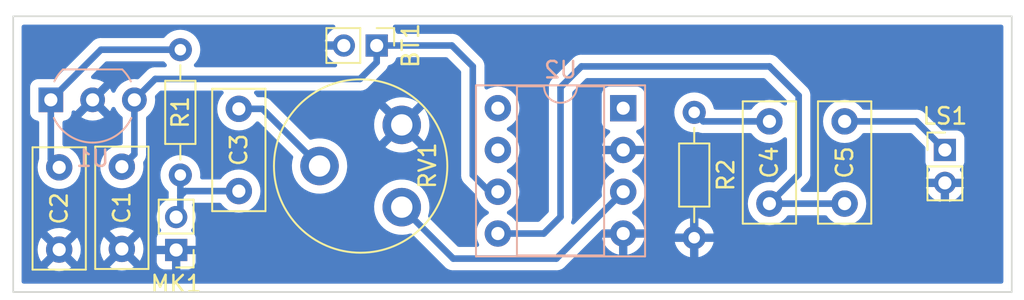
<source format=kicad_pcb>
(kicad_pcb (version 20211014) (generator pcbnew)
  (layers (0 "F.Cu" signal) (31 "B.Cu" signal) (34 "B.Paste" user) (35 "F.Paste" user) (36 "B.SilkS" user "B.Silkscreen") (37 "F.SilkS" user "F.Silkscreen") (38 "B.Mask" user) (39 "F.Mask" user) (44 "Edge.Cuts" user))
  (net 0 "")
  (net 1 "Net-(C2-Pad1)")
  (net 2 "GND")
  (net 3 "Net-(C3-Pad2)")
  (net 4 "Net-(BT1-Pad1)")
  (net 5 "Net-(C5-Pad2)")
  (net 6 "Net-(RV1-Pad3)")
  (net 10 "Net-(C4-Pad2)")
  (net 11 "Net-(C3-Pad1)")
  (net 12 "Net-(C4-Pad1)")
  (footprint "Connector_PinHeader_2.00mm:PinHeader_1x02_P2.00mm_Vertical" (layer "F.Cu") (at 138.176 97.028)
    (fp_text reference "LS1" (at 0 -2.06) (layer "F.SilkS"))
    (fp_text value "Speaker")
    (fp_line (start -1.06 -1.06) (end 0 -1.06) (layer "F.SilkS") (width 0.12))
    (fp_line (start -1.06 3.06) (end 1.06 3.06) (layer "F.SilkS") (width 0.12))
    (fp_line (start -1.06 1) (end -1.06 3.06) (layer "F.SilkS") (width 0.12))
    (fp_line (start -1.06 0) (end -1.06 -1.06) (layer "F.SilkS") (width 0.12))
    (fp_line (start -1.06 1) (end 1.06 1) (layer "F.SilkS") (width 0.12))
    (fp_line (start 1.06 1) (end 1.06 3.06) (layer "F.SilkS") (width 0.12))
    (pad "1" thru_hole rect (at 0 0) (size 1.35 1.35) (drill 0.8) (layers *.Cu *.Mask) (net 5 "Net-(C5-Pad2)"))
    (pad "2" thru_hole oval (at 0 2) (size 1.35 1.35) (drill 0.8) (layers *.Cu *.Mask) (net 2 "GND"))
  )
  (footprint "Connector_PinHeader_2.00mm:PinHeader_1x02_P2.00mm_Vertical" (layer "F.Cu") (at 91.44 103.108 180)
    (fp_text reference "MK1" (at 0 -2.06 180) (layer "F.SilkS"))
    (fp_text value "Microphone_Condenser")
    (fp_line (start -1.06 3.06) (end 1.06 3.06) (layer "F.SilkS") (width 0.12))
    (fp_line (start -1.06 -1.06) (end 0 -1.06) (layer "F.SilkS") (width 0.12))
    (fp_line (start -1.06 1) (end 1.06 1) (layer "F.SilkS") (width 0.12))
    (fp_line (start 1.06 1) (end 1.06 3.06) (layer "F.SilkS") (width 0.12))
    (fp_line (start -1.06 1) (end -1.06 3.06) (layer "F.SilkS") (width 0.12))
    (fp_line (start -1.06 0) (end -1.06 -1.06) (layer "F.SilkS") (width 0.12))
    (pad "1" thru_hole rect (at 0 0 180) (size 1.35 1.35) (drill 0.8) (layers *.Cu *.Mask) (net 2 "GND"))
    (pad "2" thru_hole oval (at 0 2 180) (size 1.35 1.35) (drill 0.8) (layers *.Cu *.Mask) (net 11 "Net-(C3-Pad1)"))
  )
  (footprint "Capacitor_THT:C_Rect_L7.2mm_W3.0mm_P5.00mm_FKS2_FKP2_MKS2_MKP2" (layer "F.Cu") (at 132.08 100.29 90)
    (fp_text reference "C5" (at 2.5 0 90) (layer "F.SilkS"))
    (fp_text value "470µf")
    (fp_line (start -1.22 1.62) (end 6.22 1.62) (layer "F.SilkS") (width 0.12))
    (fp_line (start -1.22 -1.62) (end 6.22 -1.62) (layer "F.SilkS") (width 0.12))
    (fp_line (start -1.22 -1.62) (end -1.22 1.62) (layer "F.SilkS") (width 0.12))
    (fp_line (start 6.22 -1.62) (end 6.22 1.62) (layer "F.SilkS") (width 0.12))
    (pad "1" thru_hole circle (at 0 0 90) (size 1.6 1.6) (drill 0.8) (layers *.Cu *.Mask) (net 10 "Net-(C4-Pad2)"))
    (pad "2" thru_hole circle (at 5 0 90) (size 1.6 1.6) (drill 0.8) (layers *.Cu *.Mask) (net 5 "Net-(C5-Pad2)"))
  )
  (footprint "Capacitor_THT:C_Rect_L7.2mm_W3.0mm_P5.00mm_FKS2_FKP2_MKS2_MKP2" (layer "F.Cu") (at 127.508 95.29 -90)
    (fp_text reference "C4" (at 2.5 0 90) (layer "F.SilkS"))
    (fp_text value "47n")
    (fp_line (start -1.22 -1.62) (end -1.22 1.62) (layer "F.SilkS") (width 0.12))
    (fp_line (start 6.22 -1.62) (end 6.22 1.62) (layer "F.SilkS") (width 0.12))
    (fp_line (start -1.22 1.62) (end 6.22 1.62) (layer "F.SilkS") (width 0.12))
    (fp_line (start -1.22 -1.62) (end 6.22 -1.62) (layer "F.SilkS") (width 0.12))
    (pad "1" thru_hole circle (at 0 0 270) (size 1.6 1.6) (drill 0.8) (layers *.Cu *.Mask) (net 12 "Net-(C4-Pad1)"))
    (pad "2" thru_hole circle (at 5 0 270) (size 1.6 1.6) (drill 0.8) (layers *.Cu *.Mask) (net 10 "Net-(C4-Pad2)"))
  )
  (footprint "Capacitor_THT:C_Rect_L7.2mm_W3.0mm_P5.00mm_FKS2_FKP2_MKS2_MKP2" (layer "F.Cu") (at 95.25 99.528 90)
    (fp_text reference "C3" (at 2.5 0 90) (layer "F.SilkS"))
    (fp_text value "1nf")
    (fp_line (start -1.22 -1.62) (end -1.22 1.62) (layer "F.SilkS") (width 0.12))
    (fp_line (start -1.22 1.62) (end 6.22 1.62) (layer "F.SilkS") (width 0.12))
    (fp_line (start -1.22 -1.62) (end 6.22 -1.62) (layer "F.SilkS") (width 0.12))
    (fp_line (start 6.22 -1.62) (end 6.22 1.62) (layer "F.SilkS") (width 0.12))
    (pad "1" thru_hole circle (at 0 0 90) (size 1.6 1.6) (drill 0.8) (layers *.Cu *.Mask) (net 11 "Net-(C3-Pad1)"))
    (pad "2" thru_hole circle (at 5 0 90) (size 1.6 1.6) (drill 0.8) (layers *.Cu *.Mask) (net 3 "Net-(C3-Pad2)"))
  )
  (footprint "Potentiometer_THT:Potentiometer_Piher_PT-10-V05_Vertical" (layer "F.Cu") (at 105.156 95.504 180)
    (fp_text reference "RV1" (at -1.564 -2.475 90) (layer "F.SilkS"))
    (fp_text value "470K")
    (fp_circle (center 2.501 -2.5) (end 7.771 -2.5) (layer "F.SilkS") (width 0.12) (fill none))
    (pad "1" thru_hole circle (at 0 0 180) (size 2.34 2.34) (drill 1.3) (layers *.Cu *.Mask) (net 2 "GND"))
    (pad "2" thru_hole circle (at 5 -2.5 180) (size 2.34 2.34) (drill 1.3) (layers *.Cu *.Mask) (net 3 "Net-(C3-Pad2)"))
    (pad "3" thru_hole circle (at 0 -5 180) (size 2.34 2.34) (drill 1.3) (layers *.Cu *.Mask) (net 6 "Net-(RV1-Pad3)"))
  )
  (footprint "Resistor_THT:R_Axial_DIN0204_L3.6mm_D1.6mm_P7.62mm_Horizontal" (layer "F.Cu") (at 91.694 90.932 -90)
    (fp_text reference "R1" (at 3.81 0 -90) (layer "F.SilkS"))
    (fp_text value "10k")
    (fp_line (start 6.68 0) (end 5.73 0) (layer "F.SilkS") (width 0.12))
    (fp_line (start 5.73 -0.92) (end 1.89 -0.92) (layer "F.SilkS") (width 0.12))
    (fp_line (start 5.73 0.92) (end 5.73 -0.92) (layer "F.SilkS") (width 0.12))
    (fp_line (start 1.89 0.92) (end 5.73 0.92) (layer "F.SilkS") (width 0.12))
    (fp_line (start 0.94 0) (end 1.89 0) (layer "F.SilkS") (width 0.12))
    (fp_line (start 1.89 -0.92) (end 1.89 0.92) (layer "F.SilkS") (width 0.12))
    (pad "1" thru_hole circle (at 0 0 270) (size 1.4 1.4) (drill 0.7) (layers *.Cu *.Mask) (net 1 "Net-(C2-Pad1)"))
    (pad "2" thru_hole oval (at 7.62 0 270) (size 1.4 1.4) (drill 0.7) (layers *.Cu *.Mask) (net 11 "Net-(C3-Pad1)"))
  )
  (footprint "Connector_PinHeader_2.00mm:PinHeader_1x02_P2.00mm_Vertical" (layer "F.Cu") (at 103.632 90.678 -90)
    (fp_text reference "BT1" (at 0 -2.06 -90) (layer "F.SilkS"))
    (fp_text value "Battery")
    (fp_line (start -1.06 -1.06) (end 0 -1.06) (layer "F.SilkS") (width 0.12))
    (fp_line (start 1.06 1) (end 1.06 3.06) (layer "F.SilkS") (width 0.12))
    (fp_line (start -1.06 0) (end -1.06 -1.06) (layer "F.SilkS") (width 0.12))
    (fp_line (start -1.06 1) (end -1.06 3.06) (layer "F.SilkS") (width 0.12))
    (fp_line (start -1.06 1) (end 1.06 1) (layer "F.SilkS") (width 0.12))
    (fp_line (start -1.06 3.06) (end 1.06 3.06) (layer "F.SilkS") (width 0.12))
    (pad "1" thru_hole rect (at 0 0 270) (size 1.35 1.35) (drill 0.8) (layers *.Cu *.Mask) (net 4 "Net-(BT1-Pad1)"))
    (pad "2" thru_hole oval (at 0 2 270) (size 1.35 1.35) (drill 0.8) (layers *.Cu *.Mask) (net 2 "GND"))
  )
  (footprint "Capacitor_THT:C_Rect_L7.2mm_W3.0mm_P5.00mm_FKS2_FKP2_MKS2_MKP2" (layer "F.Cu") (at 84.328 98.084 -90)
    (fp_text reference "C2" (at 2.5 0 -90) (layer "F.SilkS"))
    (fp_text value "1nf")
    (fp_line (start -1.22 -1.62) (end -1.22 1.62) (layer "F.SilkS") (width 0.12))
    (fp_line (start -1.22 -1.62) (end 6.22 -1.62) (layer "F.SilkS") (width 0.12))
    (fp_line (start -1.22 1.62) (end 6.22 1.62) (layer "F.SilkS") (width 0.12))
    (fp_line (start 6.22 -1.62) (end 6.22 1.62) (layer "F.SilkS") (width 0.12))
    (pad "1" thru_hole circle (at 0 0 270) (size 1.6 1.6) (drill 0.8) (layers *.Cu *.Mask) (net 1 "Net-(C2-Pad1)"))
    (pad "2" thru_hole circle (at 5 0 270) (size 1.6 1.6) (drill 0.8) (layers *.Cu *.Mask) (net 2 "GND"))
  )
  (footprint "Resistor_THT:R_Axial_DIN0204_L3.6mm_D1.6mm_P7.62mm_Horizontal" (layer "F.Cu") (at 122.936 94.742 -90)
    (fp_text reference "R2" (at 3.81 -1.92 -90) (layer "F.SilkS"))
    (fp_text value "10")
    (fp_line (start 5.73 0.92) (end 5.73 -0.92) (layer "F.SilkS") (width 0.12))
    (fp_line (start 1.89 -0.92) (end 1.89 0.92) (layer "F.SilkS") (width 0.12))
    (fp_line (start 5.73 -0.92) (end 1.89 -0.92) (layer "F.SilkS") (width 0.12))
    (fp_line (start 1.89 0.92) (end 5.73 0.92) (layer "F.SilkS") (width 0.12))
    (fp_line (start 0.94 0) (end 1.89 0) (layer "F.SilkS") (width 0.12))
    (fp_line (start 6.68 0) (end 5.73 0) (layer "F.SilkS") (width 0.12))
    (pad "1" thru_hole circle (at 0 0 270) (size 1.4 1.4) (drill 0.7) (layers *.Cu *.Mask) (net 12 "Net-(C4-Pad1)"))
    (pad "2" thru_hole oval (at 7.62 0 270) (size 1.4 1.4) (drill 0.7) (layers *.Cu *.Mask) (net 2 "GND"))
  )
  (footprint "Capacitor_THT:C_Rect_L7.2mm_W3.0mm_P5.00mm_FKS2_FKP2_MKS2_MKP2" (layer "F.Cu") (at 88.138 98.044 -90)
    (fp_text reference "C1" (at 2.5 0 -90) (layer "F.SilkS"))
    (fp_text value "33nf")
    (fp_line (start 6.22 -1.62) (end 6.22 1.62) (layer "F.SilkS") (width 0.12))
    (fp_line (start -1.22 -1.62) (end 6.22 -1.62) (layer "F.SilkS") (width 0.12))
    (fp_line (start -1.22 1.62) (end 6.22 1.62) (layer "F.SilkS") (width 0.12))
    (fp_line (start -1.22 -1.62) (end -1.22 1.62) (layer "F.SilkS") (width 0.12))
    (pad "1" thru_hole circle (at 0 0 270) (size 1.6 1.6) (drill 0.8) (layers *.Cu *.Mask) (net 4 "Net-(BT1-Pad1)"))
    (pad "2" thru_hole circle (at 5 0 270) (size 1.6 1.6) (drill 0.8) (layers *.Cu *.Mask) (net 2 "GND"))
  )
  (footprint "Package_DIP:DIP-8_W7.62mm_Socket" (layer "B.Cu") (at 118.618 94.488 180)
    (fp_text reference "U2" (at 3.81 2.33) (layer "B.SilkS") (effects (justify mirror)))
    (fp_text value "LM386")
    (fp_line (start 6.46 -8.95) (end 6.46 1.33) (layer "B.SilkS") (width 0.12))
    (fp_line (start 2.81 1.33) (end 1.16 1.33) (layer "B.SilkS") (width 0.12))
    (fp_line (start 1.16 -8.95) (end 6.46 -8.95) (layer "B.SilkS") (width 0.12))
    (fp_line (start 8.95 -9.01) (end 8.95 1.39) (layer "B.SilkS") (width 0.12))
    (fp_line (start -1.33 1.39) (end -1.33 -9.01) (layer "B.SilkS") (width 0.12))
    (fp_line (start 6.46 1.33) (end 4.81 1.33) (layer "B.SilkS") (width 0.12))
    (fp_line (start 1.16 1.33) (end 1.16 -8.95) (layer "B.SilkS") (width 0.12))
    (fp_line (start 8.95 1.39) (end -1.33 1.39) (layer "B.SilkS") (width 0.12))
    (fp_line (start -1.33 -9.01) (end 8.95 -9.01) (layer "B.SilkS") (width 0.12))
    (fp_arc (start 2.81 1.33) (mid 3.81 0.33) (end 4.81 1.33) (layer "B.SilkS") (width 0.12))
    (pad "1" thru_hole rect (at 0 0 180) (size 1.6 1.6) (drill 0.8) (layers *.Cu *.Mask))
    (pad "2" thru_hole oval (at 0 -2.54 180) (size 1.6 1.6) (drill 0.8) (layers *.Cu *.Mask) (net 2 "GND"))
    (pad "3" thru_hole oval (at 0 -5.08 180) (size 1.6 1.6) (drill 0.8) (layers *.Cu *.Mask) (net 6 "Net-(RV1-Pad3)"))
    (pad "4" thru_hole oval (at 0 -7.62 180) (size 1.6 1.6) (drill 0.8) (layers *.Cu *.Mask) (net 2 "GND"))
    (pad "5" thru_hole oval (at 7.62 -7.62 180) (size 1.6 1.6) (drill 0.8) (layers *.Cu *.Mask) (net 10 "Net-(C4-Pad2)"))
    (pad "6" thru_hole oval (at 7.62 -5.08 180) (size 1.6 1.6) (drill 0.8) (layers *.Cu *.Mask) (net 4 "Net-(BT1-Pad1)"))
    (pad "7" thru_hole oval (at 7.62 -2.54 180) (size 1.6 1.6) (drill 0.8) (layers *.Cu *.Mask))
    (pad "8" thru_hole oval (at 7.62 0 180) (size 1.6 1.6) (drill 0.8) (layers *.Cu *.Mask))
  )
  (footprint "Package_TO_SOT_THT:TO-92_Inline_Wide" (layer "B.Cu") (at 83.82 93.98)
    (fp_text reference "U1" (at 2.54 3.56) (layer "B.SilkS") (effects (justify mirror)))
    (fp_text value "L78L05_TO92")
    (fp_line (start 0.74 -1.85) (end 4.34 -1.85) (layer "B.SilkS") (width 0.12))
    (fp_arc (start 4.34 -1.85) (mid 4.633903 -1.509328) (end 4.864184 -1.122795) (layer "B.SilkS") (width 0.12))
    (fp_arc (start 2.54 2.6) (mid 1.143021 2.192818) (end 0.1836 1.098807) (layer "B.SilkS") (width 0.12))
    (fp_arc (start 0.215816 -1.122795) (mid 0.446097 -1.509328) (end 0.74 -1.85) (layer "B.SilkS") (width 0.12))
    (fp_arc (start 4.8964 1.098807) (mid 3.936979 2.192817) (end 2.54 2.6) (layer "B.SilkS") (width 0.12))
    (pad "1" thru_hole rect (at 0 0) (size 1.5 1.5) (drill 0.8) (layers *.Cu *.Mask) (net 1 "Net-(C2-Pad1)"))
    (pad "2" thru_hole circle (at 2.54 0) (size 1.5 1.5) (drill 0.8) (layers *.Cu *.Mask) (net 2 "GND"))
    (pad "3" thru_hole circle (at 5.08 0) (size 1.5 1.5) (drill 0.8) (layers *.Cu *.Mask) (net 4 "Net-(BT1-Pad1)"))
  )
  (gr_line (start 81.534 88.9) (end 142.24 88.9) (layer "Edge.Cuts") (width 0.1))
  (gr_line (start 142.24 105.664) (end 81.534 105.664) (layer "Edge.Cuts") (width 0.1))
  (gr_line (start 142.24 105.664) (end 142.24 88.9) (layer "Edge.Cuts") (width 0.1))
  (gr_line (start 81.534 105.664) (end 81.534 88.9) (layer "Edge.Cuts") (width 0.1))
  (segment (start 83.82 97.576) (end 84.328 98.084) (width 0.4) (layer "B.Cu") (net 1))
  (segment (start 83.82 93.98) (end 83.82 97.576) (width 0.4) (layer "B.Cu") (net 1))
  (segment (start 91.694 90.932) (end 86.868 90.932) (width 0.4) (layer "B.Cu") (net 1))
  (segment (start 86.868 90.932) (end 83.82 93.98) (width 0.4) (layer "B.Cu") (net 1))
  (segment (start 105.171 96.52) (end 105.196 96.545) (width 0.25) (layer "F.Cu") (net 2))
  (segment (start 95.25 94.528) (end 96.68 94.528) (width 0.4) (layer "B.Cu") (net 3))
  (segment (start 96.68 94.528) (end 100.156 98.004) (width 0.4) (layer "B.Cu") (net 3))
  (segment (start 88.9 93.98) (end 88.9 97.282) (width 0.4) (layer "B.Cu") (net 4))
  (segment (start 90.17 92.71) (end 88.9 93.98) (width 0.4) (layer "B.Cu") (net 4))
  (segment (start 88.9 97.282) (end 88.138 98.044) (width 0.4) (layer "B.Cu") (net 4))
  (segment (start 103.632 91.694) (end 102.616 92.71) (width 0.4) (layer "B.Cu") (net 4))
  (segment (start 102.616 92.71) (end 90.17 92.71) (width 0.4) (layer "B.Cu") (net 4))
  (segment (start 108.204 90.678) (end 109.474 91.948) (width 0.4) (layer "B.Cu") (net 4))
  (segment (start 103.632 90.678) (end 108.204 90.678) (width 0.4) (layer "B.Cu") (net 4))
  (segment (start 109.474 91.948) (end 109.474 98.552) (width 0.4) (layer "B.Cu") (net 4))
  (segment (start 110.49 99.568) (end 110.998 99.568) (width 0.4) (layer "B.Cu") (net 4))
  (segment (start 103.632 90.678) (end 103.632 91.694) (width 0.4) (layer "B.Cu") (net 4))
  (segment (start 109.474 98.552) (end 110.49 99.568) (width 0.4) (layer "B.Cu") (net 4))
  (segment (start 136.438 95.29) (end 138.176 97.028) (width 0.4) (layer "B.Cu") (net 5))
  (segment (start 132.08 95.29) (end 136.438 95.29) (width 0.4) (layer "B.Cu") (net 5))
  (segment (start 114.554 103.632) (end 118.618 99.568) (width 0.4) (layer "B.Cu") (net 6))
  (segment (start 105.156 100.504) (end 108.284 103.632) (width 0.4) (layer "B.Cu") (net 6))
  (segment (start 108.284 103.632) (end 114.554 103.632) (width 0.4) (layer "B.Cu") (net 6))
  (segment (start 113.792 102.108) (end 110.998 102.108) (width 0.4) (layer "B.Cu") (net 10))
  (segment (start 129.286 93.726) (end 127.508 91.948) (width 0.4) (layer "B.Cu") (net 10))
  (segment (start 127.508 100.29) (end 132.08 100.29) (width 0.4) (layer "B.Cu") (net 10))
  (segment (start 114.808 101.092) (end 113.792 102.108) (width 0.4) (layer "B.Cu") (net 10))
  (segment (start 116.078 91.948) (end 114.808 93.218) (width 0.4) (layer "B.Cu") (net 10))
  (segment (start 127.508 91.948) (end 116.078 91.948) (width 0.4) (layer "B.Cu") (net 10))
  (segment (start 114.808 93.218) (end 114.808 101.092) (width 0.4) (layer "B.Cu") (net 10))
  (segment (start 129.286 98.512) (end 129.286 93.726) (width 0.4) (layer "B.Cu") (net 10))
  (segment (start 127.508 100.29) (end 129.286 98.512) (width 0.4) (layer "B.Cu") (net 10))
  (segment (start 95.25 99.528) (end 91.988 99.528) (width 0.4) (layer "B.Cu") (net 11))
  (segment (start 91.988 99.528) (end 91.694 99.822) (width 0.4) (layer "B.Cu") (net 11))
  (segment (start 91.694 99.822) (end 91.694 100.854) (width 0.4) (layer "B.Cu") (net 11))
  (segment (start 91.694 98.552) (end 91.694 99.822) (width 0.4) (layer "B.Cu") (net 11))
  (segment (start 91.694 100.854) (end 91.44 101.108) (width 0.4) (layer "B.Cu") (net 11))
  (segment (start 123.484 95.29) (end 122.936 94.742) (width 0.4) (layer "B.Cu") (net 12))
  (segment (start 127.508 95.29) (end 123.484 95.29) (width 0.4) (layer "B.Cu") (net 12))
  (zone (net 2) (net_name "GND") (layer "B.Cu") (connect_pads (clearance 0.508)) (min_thickness 0.254) (fill yes (thermal_gap 0.508) (thermal_bridge_width 0.508))
    (polygon (pts (xy 143.002 106.172) (xy 81.28 106.172) (xy 81.28 88.392) (xy 143.002 88.392)))
  )
)
</source>
